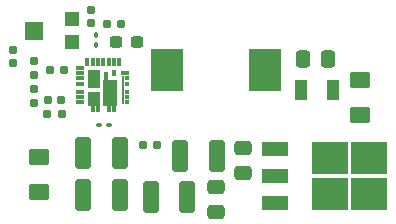
<source format=gbr>
%TF.GenerationSoftware,KiCad,Pcbnew,6.0.11+dfsg-1~bpo11+1*%
%TF.CreationDate,2023-08-28T18:41:00-05:00*%
%TF.ProjectId,Gauntl33tVoltageRegulator,4761756e-746c-4333-9374-566f6c746167,rev?*%
%TF.SameCoordinates,Original*%
%TF.FileFunction,Paste,Top*%
%TF.FilePolarity,Positive*%
%FSLAX46Y46*%
G04 Gerber Fmt 4.6, Leading zero omitted, Abs format (unit mm)*
G04 Created by KiCad (PCBNEW 6.0.11+dfsg-1~bpo11+1) date 2023-08-28 18:41:00*
%MOMM*%
%LPD*%
G01*
G04 APERTURE LIST*
G04 Aperture macros list*
%AMRoundRect*
0 Rectangle with rounded corners*
0 $1 Rounding radius*
0 $2 $3 $4 $5 $6 $7 $8 $9 X,Y pos of 4 corners*
0 Add a 4 corners polygon primitive as box body*
4,1,4,$2,$3,$4,$5,$6,$7,$8,$9,$2,$3,0*
0 Add four circle primitives for the rounded corners*
1,1,$1+$1,$2,$3*
1,1,$1+$1,$4,$5*
1,1,$1+$1,$6,$7*
1,1,$1+$1,$8,$9*
0 Add four rect primitives between the rounded corners*
20,1,$1+$1,$2,$3,$4,$5,0*
20,1,$1+$1,$4,$5,$6,$7,0*
20,1,$1+$1,$6,$7,$8,$9,0*
20,1,$1+$1,$8,$9,$2,$3,0*%
G04 Aperture macros list end*
%ADD10R,2.700000X3.600000*%
%ADD11RoundRect,0.250000X-0.412500X-1.100000X0.412500X-1.100000X0.412500X1.100000X-0.412500X1.100000X0*%
%ADD12RoundRect,0.250000X0.412500X1.100000X-0.412500X1.100000X-0.412500X-1.100000X0.412500X-1.100000X0*%
%ADD13RoundRect,0.160000X-0.197500X-0.160000X0.197500X-0.160000X0.197500X0.160000X-0.197500X0.160000X0*%
%ADD14RoundRect,0.250001X0.624999X-0.462499X0.624999X0.462499X-0.624999X0.462499X-0.624999X-0.462499X0*%
%ADD15R,0.300000X0.550000*%
%ADD16R,0.450000X0.300000*%
%ADD17R,0.730000X0.300000*%
%ADD18R,0.300000X0.725000*%
%ADD19R,0.725000X0.300000*%
%ADD20R,1.050000X1.575000*%
%ADD21R,1.050000X1.150000*%
%ADD22R,1.200000X2.175000*%
%ADD23R,0.380000X0.580000*%
%ADD24R,0.445000X0.650000*%
%ADD25R,0.275000X2.350000*%
%ADD26RoundRect,0.237500X0.300000X0.237500X-0.300000X0.237500X-0.300000X-0.237500X0.300000X-0.237500X0*%
%ADD27RoundRect,0.160000X0.160000X-0.197500X0.160000X0.197500X-0.160000X0.197500X-0.160000X-0.197500X0*%
%ADD28RoundRect,0.160000X0.197500X0.160000X-0.197500X0.160000X-0.197500X-0.160000X0.197500X-0.160000X0*%
%ADD29R,3.050000X2.750000*%
%ADD30R,2.200000X1.200000*%
%ADD31R,1.200000X1.200000*%
%ADD32R,1.500000X1.600000*%
%ADD33RoundRect,0.160000X-0.160000X0.197500X-0.160000X-0.197500X0.160000X-0.197500X0.160000X0.197500X0*%
%ADD34RoundRect,0.155000X-0.212500X-0.155000X0.212500X-0.155000X0.212500X0.155000X-0.212500X0.155000X0*%
%ADD35RoundRect,0.090000X-0.139000X-0.090000X0.139000X-0.090000X0.139000X0.090000X-0.139000X0.090000X0*%
%ADD36RoundRect,0.250000X-0.337500X-0.475000X0.337500X-0.475000X0.337500X0.475000X-0.337500X0.475000X0*%
%ADD37RoundRect,0.250000X-0.475000X0.337500X-0.475000X-0.337500X0.475000X-0.337500X0.475000X0.337500X0*%
%ADD38R,1.070000X1.780000*%
%ADD39RoundRect,0.090000X-0.090000X0.139000X-0.090000X-0.139000X0.090000X-0.139000X0.090000X0.139000X0*%
%ADD40RoundRect,0.155000X0.155000X-0.212500X0.155000X0.212500X-0.155000X0.212500X-0.155000X-0.212500X0*%
G04 APERTURE END LIST*
D10*
%TO.C,L1*%
X140750000Y-112260000D03*
X132450000Y-112260000D03*
%TD*%
D11*
%TO.C,C1*%
X125337500Y-119300000D03*
X128462500Y-119300000D03*
%TD*%
D12*
%TO.C,C11*%
X134162500Y-123000000D03*
X131037500Y-123000000D03*
%TD*%
D13*
%TO.C,R7*%
X130402500Y-118600000D03*
X131597500Y-118600000D03*
%TD*%
D14*
%TO.C,F2*%
X121600000Y-122587500D03*
X121600000Y-119612500D03*
%TD*%
D15*
%TO.C,IC1*%
X126140000Y-115536000D03*
X126590000Y-115536000D03*
X127490000Y-115535000D03*
X127940000Y-115535000D03*
D16*
X129040000Y-114984000D03*
X129040000Y-114534000D03*
X129040000Y-114084000D03*
X129040000Y-113384000D03*
X129040000Y-112934000D03*
D17*
X128900000Y-112484000D03*
D18*
X128389000Y-111572000D03*
X127939000Y-111572000D03*
X127489000Y-111572000D03*
X127039000Y-111572000D03*
X126589000Y-111572000D03*
X126139000Y-111572000D03*
X125689000Y-111572000D03*
D19*
X125027000Y-112035000D03*
X125027000Y-112485000D03*
X125027000Y-112935000D03*
X125027000Y-113385000D03*
X125027000Y-114085000D03*
X125027000Y-114535000D03*
X125027000Y-114985000D03*
D20*
X126215000Y-113023000D03*
D21*
X126215000Y-114686000D03*
D22*
X127640000Y-114172000D03*
D23*
X127979000Y-112524000D03*
D24*
X127262000Y-112760000D03*
D25*
X128678000Y-113959000D03*
%TD*%
D26*
%TO.C,C0*%
X129862500Y-109860000D03*
X128137500Y-109860000D03*
%TD*%
D27*
%TO.C,R3*%
X121175000Y-112637500D03*
X121175000Y-111442500D03*
%TD*%
D28*
%TO.C,R1*%
X123497500Y-116000000D03*
X122302500Y-116000000D03*
%TD*%
D29*
%TO.C,U1*%
X146200000Y-119700000D03*
X146200000Y-122750000D03*
X149550000Y-119700000D03*
X149550000Y-122750000D03*
D30*
X141575000Y-118945000D03*
X141575000Y-121225000D03*
X141575000Y-123505000D03*
%TD*%
D11*
%TO.C,C3*%
X125337500Y-122800000D03*
X128462500Y-122800000D03*
%TD*%
D31*
%TO.C,200K1*%
X124400000Y-109900000D03*
D32*
X121150000Y-108900000D03*
D31*
X124400000Y-107900000D03*
%TD*%
D12*
%TO.C,C8*%
X136662500Y-119500000D03*
X133537500Y-119500000D03*
%TD*%
D28*
%TO.C,R2*%
X128562500Y-108332061D03*
X127367500Y-108332061D03*
%TD*%
D33*
%TO.C,R4*%
X121185000Y-113805000D03*
X121185000Y-115000000D03*
%TD*%
D34*
%TO.C,C2*%
X122332500Y-114800000D03*
X123467500Y-114800000D03*
%TD*%
D35*
%TO.C,C4*%
X126667500Y-116900000D03*
X127532500Y-116900000D03*
%TD*%
D36*
%TO.C,C6*%
X143962500Y-111300000D03*
X146037500Y-111300000D03*
%TD*%
D37*
%TO.C,C9*%
X138900000Y-118862500D03*
X138900000Y-120937500D03*
%TD*%
D14*
%TO.C,F1*%
X148800000Y-116087500D03*
X148800000Y-113112500D03*
%TD*%
D28*
%TO.C,R9*%
X123722500Y-112280000D03*
X122527500Y-112280000D03*
%TD*%
D38*
%TO.C,C5*%
X146460000Y-113900000D03*
X143740000Y-113900000D03*
%TD*%
D39*
%TO.C,C7*%
X126385000Y-109257500D03*
X126385000Y-110122500D03*
%TD*%
D40*
%TO.C,R5*%
X119400000Y-111667500D03*
X119400000Y-110532500D03*
%TD*%
%TO.C,R6*%
X126000000Y-108267500D03*
X126000000Y-107132500D03*
%TD*%
D37*
%TO.C,C10*%
X136600000Y-122162500D03*
X136600000Y-124237500D03*
%TD*%
M02*

</source>
